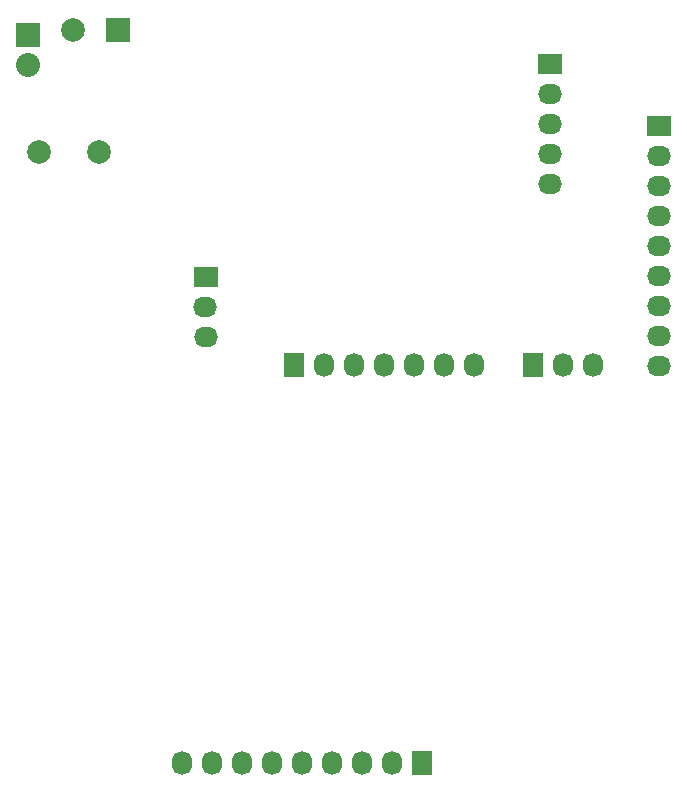
<source format=gbs>
G04 #@! TF.GenerationSoftware,KiCad,Pcbnew,5.99.0+really5.1.10+dfsg1-1*
G04 #@! TF.CreationDate,2022-06-24T16:38:05+05:30*
G04 #@! TF.ProjectId,AB1-4_display,4142312d-345f-4646-9973-706c61792e6b,rev?*
G04 #@! TF.SameCoordinates,Original*
G04 #@! TF.FileFunction,Soldermask,Bot*
G04 #@! TF.FilePolarity,Negative*
%FSLAX46Y46*%
G04 Gerber Fmt 4.6, Leading zero omitted, Abs format (unit mm)*
G04 Created by KiCad (PCBNEW 5.99.0+really5.1.10+dfsg1-1) date 2022-06-24 16:38:05*
%MOMM*%
%LPD*%
G01*
G04 APERTURE LIST*
%ADD10R,2.032000X1.727200*%
%ADD11O,2.032000X1.727200*%
%ADD12C,1.998980*%
%ADD13R,1.998980X1.998980*%
%ADD14C,2.000000*%
%ADD15R,2.032000X2.032000*%
%ADD16O,2.032000X2.032000*%
%ADD17O,1.727200X2.032000*%
%ADD18R,1.727200X2.032000*%
G04 APERTURE END LIST*
D10*
G04 #@! TO.C,Y1*
X32740600Y-37388800D03*
D11*
X32760600Y-42518800D03*
X32690600Y-39988800D03*
G04 #@! TD*
D12*
G04 #@! TO.C,D1*
X21475700Y-16522700D03*
D13*
X25285700Y-16522700D03*
G04 #@! TD*
D14*
G04 #@! TO.C,FB1*
X23672800Y-26847800D03*
X18592800Y-26847800D03*
G04 #@! TD*
D15*
G04 #@! TO.C,P1*
X17729200Y-16878300D03*
D16*
X17729200Y-19418300D03*
G04 #@! TD*
D17*
G04 #@! TO.C,P6*
X65514220Y-44889420D03*
X62974220Y-44889420D03*
D18*
X60434220Y-44889420D03*
G04 #@! TD*
G04 #@! TO.C,P10*
X40220900Y-44894500D03*
D17*
X42760900Y-44894500D03*
X45300900Y-44894500D03*
X47840900Y-44894500D03*
X50380900Y-44894500D03*
X52920900Y-44894500D03*
X55460900Y-44894500D03*
G04 #@! TD*
D10*
G04 #@! TO.C,P12*
X61902340Y-19400520D03*
D11*
X61902340Y-21940520D03*
X61902340Y-24480520D03*
X61902340Y-27020520D03*
X61902340Y-29560520D03*
G04 #@! TD*
D18*
G04 #@! TO.C,P15*
X51015900Y-78562200D03*
D17*
X48475900Y-78562200D03*
X45935900Y-78562200D03*
X43395900Y-78562200D03*
X40855900Y-78562200D03*
X38315900Y-78562200D03*
X35775900Y-78562200D03*
X33235900Y-78562200D03*
X30695900Y-78562200D03*
G04 #@! TD*
D11*
G04 #@! TO.C,U2*
X71107300Y-44945300D03*
X71107300Y-42405300D03*
X71107300Y-39865300D03*
X71107300Y-37325300D03*
X71107300Y-34785300D03*
X71107300Y-32245300D03*
X71107300Y-29705300D03*
X71107300Y-27165300D03*
D10*
X71107300Y-24625300D03*
G04 #@! TD*
M02*

</source>
